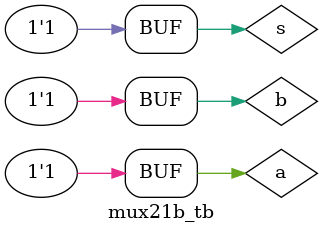
<source format=v>
`timescale 1ns/10ps  //时间单位/精度

module mux21b(a,b,s,y);
    input a,b,s;
    output reg y;
	 
	 always @ (*)
	 begin
	    if(s==0) y=a;
		 else y=b;
	 end
endmodule


// testbench
module mux21b_tb;

reg a,b,s;
wire y;

mux21b mux21b(
   .a(a),
   .b(b),
   .s(s),
   .y(y)
);

initial begin

     a<=0;b<=0;s<=0;
#10  a<=0;b<=0;s<=1;
#10  a<=0;b<=1;s<=0;  
#10  a<=0;b<=1;s<=1;  
#10  a<=1;b<=0;s<=0;  
#10  a<=1;b<=0;s<=1;  
#10  a<=1;b<=1;s<=0;  
#10  a<=1;b<=1;s<=1;      
    

end

endmodule

</source>
